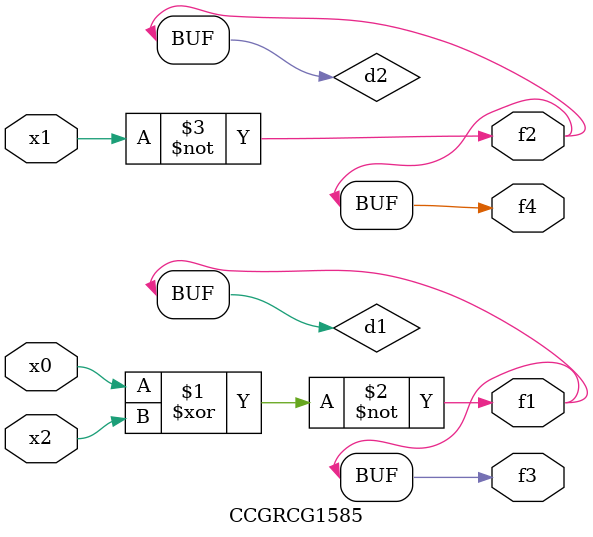
<source format=v>
module CCGRCG1585(
	input x0, x1, x2,
	output f1, f2, f3, f4
);

	wire d1, d2, d3;

	xnor (d1, x0, x2);
	nand (d2, x1);
	nor (d3, x1, x2);
	assign f1 = d1;
	assign f2 = d2;
	assign f3 = d1;
	assign f4 = d2;
endmodule

</source>
